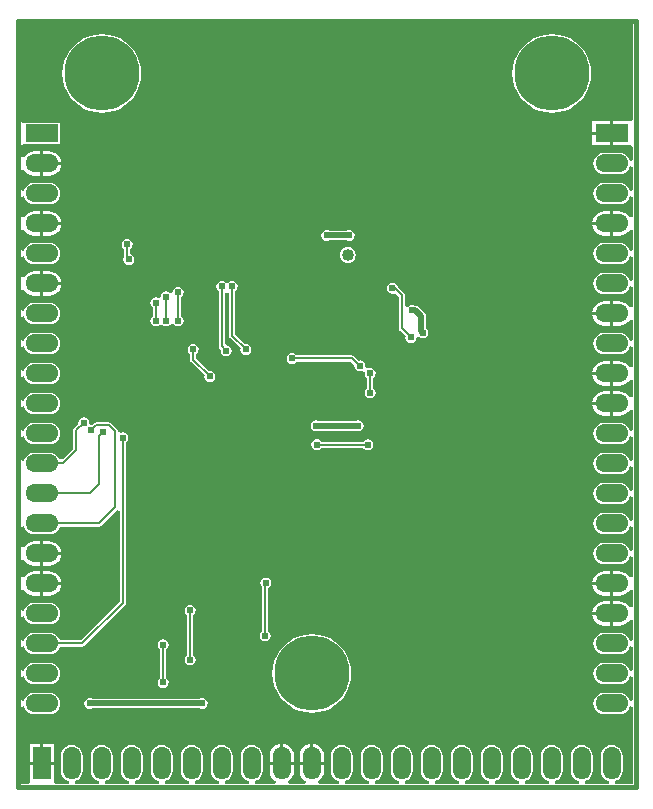
<source format=gbl>
G04 Layer_Physical_Order=2*
G04 Layer_Color=16711680*
%FSLAX25Y25*%
%MOIN*%
G70*
G01*
G75*
%ADD17C,0.00800*%
%ADD18C,0.02000*%
%ADD21C,0.01500*%
%ADD22C,0.25000*%
%ADD23O,0.11000X0.06000*%
%ADD24R,0.11000X0.06000*%
%ADD25O,0.06000X0.11000*%
%ADD26R,0.06000X0.11000*%
%ADD27C,0.02400*%
%ADD28C,0.02600*%
%ADD29C,0.01969*%
%ADD30C,0.04000*%
G36*
X304980Y322801D02*
X304500Y322000D01*
X303980Y322000D01*
X298500D01*
Y318000D01*
Y314000D01*
X303980D01*
X304500Y314000D01*
X304980Y313199D01*
Y309102D01*
X304007Y308940D01*
X303645Y309816D01*
X303067Y310567D01*
X302315Y311145D01*
X301440Y311507D01*
X300500Y311631D01*
X295500D01*
X294560Y311507D01*
X293685Y311145D01*
X292933Y310567D01*
X292355Y309816D01*
X291993Y308940D01*
X291869Y308000D01*
X291993Y307060D01*
X292355Y306185D01*
X292933Y305433D01*
X293685Y304855D01*
X294560Y304493D01*
X295500Y304369D01*
X300500D01*
X301440Y304493D01*
X302315Y304855D01*
X303067Y305433D01*
X303645Y306185D01*
X304007Y307060D01*
X304980Y306898D01*
Y299102D01*
X304007Y298940D01*
X303645Y299816D01*
X303067Y300568D01*
X302315Y301145D01*
X301440Y301507D01*
X300500Y301631D01*
X295500D01*
X294560Y301507D01*
X293685Y301145D01*
X292933Y300568D01*
X292355Y299816D01*
X291993Y298940D01*
X291869Y298000D01*
X291993Y297060D01*
X292355Y296184D01*
X292933Y295432D01*
X293685Y294855D01*
X294560Y294493D01*
X295500Y294369D01*
X300500D01*
X301440Y294493D01*
X302315Y294855D01*
X303067Y295432D01*
X303645Y296184D01*
X304007Y297060D01*
X304980Y296898D01*
Y290249D01*
X304038Y290027D01*
X303980Y290035D01*
X303353Y290853D01*
X302517Y291494D01*
X301544Y291897D01*
X300500Y292035D01*
X298500D01*
Y288000D01*
Y283965D01*
X300500D01*
X301544Y284103D01*
X302517Y284506D01*
X303353Y285147D01*
X303980Y285965D01*
X304038Y285972D01*
X304980Y285751D01*
Y279102D01*
X304007Y278940D01*
X303645Y279816D01*
X303067Y280568D01*
X302315Y281145D01*
X301440Y281507D01*
X300500Y281631D01*
X295500D01*
X294560Y281507D01*
X293685Y281145D01*
X292933Y280568D01*
X292355Y279816D01*
X291993Y278940D01*
X291869Y278000D01*
X291993Y277060D01*
X292355Y276185D01*
X292933Y275432D01*
X293685Y274855D01*
X294560Y274493D01*
X295500Y274369D01*
X300500D01*
X301440Y274493D01*
X302315Y274855D01*
X303067Y275432D01*
X303645Y276185D01*
X304007Y277060D01*
X304980Y276898D01*
Y269102D01*
X304007Y268940D01*
X303645Y269815D01*
X303067Y270567D01*
X302315Y271145D01*
X301440Y271507D01*
X300500Y271631D01*
X295500D01*
X294560Y271507D01*
X293685Y271145D01*
X292933Y270567D01*
X292355Y269815D01*
X291993Y268940D01*
X291869Y268000D01*
X291993Y267060D01*
X292355Y266184D01*
X292933Y265433D01*
X293685Y264855D01*
X294560Y264493D01*
X295500Y264369D01*
X300500D01*
X301440Y264493D01*
X302315Y264855D01*
X303067Y265433D01*
X303645Y266184D01*
X304007Y267060D01*
X304980Y266898D01*
Y260249D01*
X304038Y260028D01*
X303980Y260035D01*
X303353Y260853D01*
X302517Y261494D01*
X301544Y261897D01*
X300500Y262035D01*
X298500D01*
Y258000D01*
Y253965D01*
X300500D01*
X301544Y254103D01*
X302517Y254506D01*
X303353Y255147D01*
X303980Y255965D01*
X304038Y255973D01*
X304980Y255751D01*
Y249102D01*
X304007Y248940D01*
X303645Y249816D01*
X303067Y250568D01*
X302315Y251145D01*
X301440Y251507D01*
X300500Y251631D01*
X295500D01*
X294560Y251507D01*
X293685Y251145D01*
X292933Y250568D01*
X292355Y249816D01*
X291993Y248940D01*
X291869Y248000D01*
X291993Y247060D01*
X292355Y246184D01*
X292933Y245432D01*
X293685Y244855D01*
X294560Y244493D01*
X295500Y244369D01*
X300500D01*
X301440Y244493D01*
X302315Y244855D01*
X303067Y245432D01*
X303645Y246184D01*
X304007Y247060D01*
X304980Y246898D01*
Y240249D01*
X304038Y240027D01*
X303980Y240035D01*
X303353Y240853D01*
X302517Y241494D01*
X301544Y241897D01*
X300500Y242035D01*
X298500D01*
Y238000D01*
Y233965D01*
X300500D01*
X301544Y234103D01*
X302517Y234506D01*
X303353Y235147D01*
X303980Y235965D01*
X304038Y235972D01*
X304980Y235751D01*
Y230249D01*
X304038Y230028D01*
X303980Y230035D01*
X303353Y230853D01*
X302517Y231494D01*
X301544Y231897D01*
X300500Y232034D01*
X298500D01*
Y228000D01*
Y223966D01*
X300500D01*
X301544Y224103D01*
X302517Y224506D01*
X303353Y225147D01*
X303980Y225965D01*
X304038Y225973D01*
X304980Y225751D01*
Y219102D01*
X304007Y218940D01*
X303645Y219815D01*
X303067Y220567D01*
X302315Y221145D01*
X301440Y221507D01*
X300500Y221631D01*
X295500D01*
X294560Y221507D01*
X293685Y221145D01*
X292933Y220567D01*
X292355Y219815D01*
X291993Y218940D01*
X291869Y218000D01*
X291993Y217060D01*
X292355Y216184D01*
X292933Y215433D01*
X293685Y214855D01*
X294560Y214493D01*
X295500Y214369D01*
X300500D01*
X301440Y214493D01*
X302315Y214855D01*
X303067Y215433D01*
X303645Y216184D01*
X304007Y217060D01*
X304980Y216898D01*
Y209102D01*
X304007Y208940D01*
X303645Y209816D01*
X303067Y210567D01*
X302315Y211145D01*
X301440Y211507D01*
X300500Y211631D01*
X295500D01*
X294560Y211507D01*
X293685Y211145D01*
X292933Y210567D01*
X292355Y209816D01*
X291993Y208940D01*
X291869Y208000D01*
X291993Y207060D01*
X292355Y206185D01*
X292933Y205433D01*
X293685Y204855D01*
X294560Y204493D01*
X295500Y204369D01*
X300500D01*
X301440Y204493D01*
X302315Y204855D01*
X303067Y205433D01*
X303645Y206185D01*
X304007Y207060D01*
X304980Y206898D01*
Y199102D01*
X304007Y198940D01*
X303645Y199815D01*
X303067Y200568D01*
X302315Y201145D01*
X301440Y201507D01*
X300500Y201631D01*
X295500D01*
X294560Y201507D01*
X293685Y201145D01*
X292933Y200568D01*
X292355Y199815D01*
X291993Y198940D01*
X291869Y198000D01*
X291993Y197060D01*
X292355Y196185D01*
X292933Y195432D01*
X293685Y194855D01*
X294560Y194493D01*
X295500Y194369D01*
X300500D01*
X301440Y194493D01*
X302315Y194855D01*
X303067Y195432D01*
X303645Y196185D01*
X304007Y197060D01*
X304980Y196898D01*
Y189102D01*
X304007Y188940D01*
X303645Y189815D01*
X303067Y190568D01*
X302315Y191145D01*
X301440Y191507D01*
X300500Y191631D01*
X295500D01*
X294560Y191507D01*
X293685Y191145D01*
X292933Y190568D01*
X292355Y189815D01*
X291993Y188940D01*
X291869Y188000D01*
X291993Y187060D01*
X292355Y186185D01*
X292933Y185432D01*
X293685Y184855D01*
X294560Y184493D01*
X295500Y184369D01*
X300500D01*
X301440Y184493D01*
X302315Y184855D01*
X303067Y185432D01*
X303645Y186185D01*
X304007Y187060D01*
X304980Y186898D01*
Y179102D01*
X304007Y178940D01*
X303645Y179815D01*
X303067Y180568D01*
X302315Y181145D01*
X301440Y181507D01*
X300500Y181631D01*
X295500D01*
X294560Y181507D01*
X293685Y181145D01*
X292933Y180568D01*
X292355Y179815D01*
X291993Y178940D01*
X291869Y178000D01*
X291993Y177060D01*
X292355Y176184D01*
X292933Y175432D01*
X293685Y174855D01*
X294560Y174493D01*
X295500Y174369D01*
X300500D01*
X301440Y174493D01*
X302315Y174855D01*
X303067Y175432D01*
X303645Y176184D01*
X304007Y177060D01*
X304980Y176898D01*
Y170249D01*
X304038Y170027D01*
X303980Y170035D01*
X303353Y170853D01*
X302517Y171494D01*
X301544Y171897D01*
X300500Y172035D01*
X298500D01*
Y168000D01*
Y163965D01*
X300500D01*
X301544Y164103D01*
X302517Y164506D01*
X303353Y165147D01*
X303980Y165965D01*
X304038Y165972D01*
X304980Y165751D01*
Y160249D01*
X304038Y160028D01*
X303980Y160035D01*
X303353Y160853D01*
X302517Y161494D01*
X301544Y161897D01*
X300500Y162034D01*
X298500D01*
Y158000D01*
Y153965D01*
X300500D01*
X301544Y154103D01*
X302517Y154506D01*
X303353Y155147D01*
X303980Y155965D01*
X304038Y155973D01*
X304980Y155751D01*
Y149102D01*
X304007Y148940D01*
X303645Y149815D01*
X303067Y150568D01*
X302315Y151145D01*
X301440Y151507D01*
X300500Y151631D01*
X295500D01*
X294560Y151507D01*
X293685Y151145D01*
X292933Y150568D01*
X292355Y149815D01*
X291993Y148940D01*
X291869Y148000D01*
X291993Y147060D01*
X292355Y146185D01*
X292933Y145432D01*
X293685Y144855D01*
X294560Y144493D01*
X295500Y144369D01*
X300500D01*
X301440Y144493D01*
X302315Y144855D01*
X303067Y145432D01*
X303645Y146185D01*
X304007Y147060D01*
X304980Y146898D01*
Y139102D01*
X304007Y138940D01*
X303645Y139815D01*
X303067Y140568D01*
X302315Y141145D01*
X301440Y141507D01*
X300500Y141631D01*
X295500D01*
X294560Y141507D01*
X293685Y141145D01*
X292933Y140568D01*
X292355Y139815D01*
X291993Y138940D01*
X291869Y138000D01*
X291993Y137060D01*
X292355Y136185D01*
X292933Y135432D01*
X293685Y134855D01*
X294560Y134493D01*
X295500Y134369D01*
X300500D01*
X301440Y134493D01*
X302315Y134855D01*
X303067Y135432D01*
X303645Y136185D01*
X304007Y137060D01*
X304980Y136898D01*
Y129102D01*
X304007Y128940D01*
X303645Y129815D01*
X303067Y130568D01*
X302315Y131145D01*
X301440Y131507D01*
X300500Y131631D01*
X295500D01*
X294560Y131507D01*
X293685Y131145D01*
X292933Y130568D01*
X292355Y129815D01*
X291993Y128940D01*
X291869Y128000D01*
X291993Y127060D01*
X292355Y126184D01*
X292933Y125432D01*
X293685Y124855D01*
X294560Y124493D01*
X295500Y124369D01*
X300500D01*
X301440Y124493D01*
X302315Y124855D01*
X303067Y125432D01*
X303645Y126184D01*
X304007Y127060D01*
X304980Y126898D01*
Y101020D01*
X299102D01*
X298940Y101993D01*
X299816Y102355D01*
X300568Y102932D01*
X301145Y103684D01*
X301507Y104560D01*
X301631Y105500D01*
Y110500D01*
X301507Y111440D01*
X301145Y112315D01*
X300568Y113068D01*
X299816Y113645D01*
X298940Y114007D01*
X298000Y114131D01*
X297060Y114007D01*
X296184Y113645D01*
X295432Y113068D01*
X294855Y112315D01*
X294493Y111440D01*
X294369Y110500D01*
Y105500D01*
X294493Y104560D01*
X294855Y103684D01*
X295432Y102932D01*
X296184Y102355D01*
X297060Y101993D01*
X296898Y101020D01*
X289102D01*
X288940Y101993D01*
X289815Y102355D01*
X290567Y102932D01*
X291145Y103684D01*
X291507Y104560D01*
X291631Y105500D01*
Y110500D01*
X291507Y111440D01*
X291145Y112315D01*
X290567Y113068D01*
X289815Y113645D01*
X288940Y114007D01*
X288000Y114131D01*
X287060Y114007D01*
X286185Y113645D01*
X285433Y113068D01*
X284855Y112315D01*
X284493Y111440D01*
X284369Y110500D01*
Y105500D01*
X284493Y104560D01*
X284855Y103684D01*
X285433Y102932D01*
X286185Y102355D01*
X287060Y101993D01*
X286898Y101020D01*
X279102D01*
X278940Y101993D01*
X279816Y102355D01*
X280568Y102932D01*
X281145Y103684D01*
X281507Y104560D01*
X281631Y105500D01*
Y110500D01*
X281507Y111440D01*
X281145Y112315D01*
X280568Y113068D01*
X279816Y113645D01*
X278940Y114007D01*
X278000Y114131D01*
X277060Y114007D01*
X276185Y113645D01*
X275432Y113068D01*
X274855Y112315D01*
X274493Y111440D01*
X274369Y110500D01*
Y105500D01*
X274493Y104560D01*
X274855Y103684D01*
X275432Y102932D01*
X276185Y102355D01*
X277060Y101993D01*
X276898Y101020D01*
X269102D01*
X268940Y101993D01*
X269815Y102355D01*
X270567Y102932D01*
X271145Y103684D01*
X271507Y104560D01*
X271631Y105500D01*
Y110500D01*
X271507Y111440D01*
X271145Y112315D01*
X270567Y113068D01*
X269815Y113645D01*
X268940Y114007D01*
X268000Y114131D01*
X267060Y114007D01*
X266184Y113645D01*
X265433Y113068D01*
X264855Y112315D01*
X264493Y111440D01*
X264369Y110500D01*
Y105500D01*
X264493Y104560D01*
X264855Y103684D01*
X265433Y102932D01*
X266184Y102355D01*
X267060Y101993D01*
X266898Y101020D01*
X259102D01*
X258940Y101993D01*
X259816Y102355D01*
X260567Y102932D01*
X261145Y103684D01*
X261507Y104560D01*
X261631Y105500D01*
Y110500D01*
X261507Y111440D01*
X261145Y112315D01*
X260567Y113068D01*
X259816Y113645D01*
X258940Y114007D01*
X258000Y114131D01*
X257060Y114007D01*
X256185Y113645D01*
X255433Y113068D01*
X254855Y112315D01*
X254493Y111440D01*
X254369Y110500D01*
Y105500D01*
X254493Y104560D01*
X254855Y103684D01*
X255433Y102932D01*
X256185Y102355D01*
X257060Y101993D01*
X256898Y101020D01*
X249102D01*
X248940Y101993D01*
X249816Y102355D01*
X250568Y102932D01*
X251145Y103684D01*
X251507Y104560D01*
X251631Y105500D01*
Y110500D01*
X251507Y111440D01*
X251145Y112315D01*
X250568Y113068D01*
X249816Y113645D01*
X248940Y114007D01*
X248000Y114131D01*
X247060Y114007D01*
X246184Y113645D01*
X245432Y113068D01*
X244855Y112315D01*
X244493Y111440D01*
X244369Y110500D01*
Y105500D01*
X244493Y104560D01*
X244855Y103684D01*
X245432Y102932D01*
X246184Y102355D01*
X247060Y101993D01*
X246898Y101020D01*
X239102D01*
X238940Y101993D01*
X239815Y102355D01*
X240567Y102932D01*
X241145Y103684D01*
X241507Y104560D01*
X241631Y105500D01*
Y110500D01*
X241507Y111440D01*
X241145Y112315D01*
X240567Y113068D01*
X239815Y113645D01*
X238940Y114007D01*
X238000Y114131D01*
X237060Y114007D01*
X236185Y113645D01*
X235433Y113068D01*
X234855Y112315D01*
X234493Y111440D01*
X234369Y110500D01*
Y105500D01*
X234493Y104560D01*
X234855Y103684D01*
X235433Y102932D01*
X236185Y102355D01*
X237060Y101993D01*
X236898Y101020D01*
X229102D01*
X228940Y101993D01*
X229816Y102355D01*
X230568Y102932D01*
X231145Y103684D01*
X231507Y104560D01*
X231631Y105500D01*
Y110500D01*
X231507Y111440D01*
X231145Y112315D01*
X230568Y113068D01*
X229816Y113645D01*
X228940Y114007D01*
X228000Y114131D01*
X227060Y114007D01*
X226185Y113645D01*
X225432Y113068D01*
X224855Y112315D01*
X224493Y111440D01*
X224369Y110500D01*
Y105500D01*
X224493Y104560D01*
X224855Y103684D01*
X225432Y102932D01*
X226185Y102355D01*
X227060Y101993D01*
X226898Y101020D01*
X219102D01*
X218940Y101993D01*
X219815Y102355D01*
X220567Y102932D01*
X221145Y103684D01*
X221507Y104560D01*
X221631Y105500D01*
Y110500D01*
X221507Y111440D01*
X221145Y112315D01*
X220567Y113068D01*
X219815Y113645D01*
X218940Y114007D01*
X218000Y114131D01*
X217060Y114007D01*
X216184Y113645D01*
X215433Y113068D01*
X214855Y112315D01*
X214493Y111440D01*
X214369Y110500D01*
Y105500D01*
X214493Y104560D01*
X214855Y103684D01*
X215433Y102932D01*
X216184Y102355D01*
X217060Y101993D01*
X216898Y101020D01*
X209102D01*
X208940Y101993D01*
X209816Y102355D01*
X210567Y102932D01*
X211145Y103684D01*
X211507Y104560D01*
X211631Y105500D01*
Y110500D01*
X211507Y111440D01*
X211145Y112315D01*
X210567Y113068D01*
X209816Y113645D01*
X208940Y114007D01*
X208000Y114131D01*
X207060Y114007D01*
X206185Y113645D01*
X205433Y113068D01*
X204855Y112315D01*
X204493Y111440D01*
X204369Y110500D01*
Y105500D01*
X204493Y104560D01*
X204855Y103684D01*
X205433Y102932D01*
X206185Y102355D01*
X207060Y101993D01*
X206898Y101020D01*
X200249D01*
X200027Y101962D01*
X200035Y102020D01*
X200853Y102647D01*
X201494Y103483D01*
X201897Y104456D01*
X202034Y105500D01*
Y107500D01*
X198000D01*
X193965D01*
Y105500D01*
X194103Y104456D01*
X194506Y103483D01*
X195147Y102647D01*
X195965Y102020D01*
X195973Y101962D01*
X195751Y101020D01*
X190249D01*
X190027Y101962D01*
X190035Y102020D01*
X190853Y102647D01*
X191494Y103483D01*
X191897Y104456D01*
X192034Y105500D01*
Y107500D01*
X188000D01*
Y108000D01*
D01*
Y107500D01*
X183966D01*
Y105500D01*
X184103Y104456D01*
X184506Y103483D01*
X185147Y102647D01*
X185965Y102020D01*
X185972Y101962D01*
X185751Y101020D01*
X179102D01*
X178940Y101993D01*
X179815Y102355D01*
X180568Y102932D01*
X181145Y103684D01*
X181507Y104560D01*
X181631Y105500D01*
Y110500D01*
X181507Y111440D01*
X181145Y112315D01*
X180568Y113068D01*
X179815Y113645D01*
X178940Y114007D01*
X178000Y114131D01*
X177060Y114007D01*
X176184Y113645D01*
X175432Y113068D01*
X174855Y112315D01*
X174493Y111440D01*
X174369Y110500D01*
Y105500D01*
X174493Y104560D01*
X174855Y103684D01*
X175432Y102932D01*
X176184Y102355D01*
X177060Y101993D01*
X176898Y101020D01*
X169102D01*
X168940Y101993D01*
X169816Y102355D01*
X170568Y102932D01*
X171145Y103684D01*
X171507Y104560D01*
X171631Y105500D01*
Y110500D01*
X171507Y111440D01*
X171145Y112315D01*
X170568Y113068D01*
X169816Y113645D01*
X168940Y114007D01*
X168000Y114131D01*
X167060Y114007D01*
X166184Y113645D01*
X165432Y113068D01*
X164855Y112315D01*
X164493Y111440D01*
X164369Y110500D01*
Y105500D01*
X164493Y104560D01*
X164855Y103684D01*
X165432Y102932D01*
X166184Y102355D01*
X167060Y101993D01*
X166898Y101020D01*
X159102D01*
X158940Y101993D01*
X159816Y102355D01*
X160568Y102932D01*
X161145Y103684D01*
X161507Y104560D01*
X161631Y105500D01*
Y110500D01*
X161507Y111440D01*
X161145Y112315D01*
X160568Y113068D01*
X159816Y113645D01*
X158940Y114007D01*
X158000Y114131D01*
X157060Y114007D01*
X156184Y113645D01*
X155432Y113068D01*
X154855Y112315D01*
X154493Y111440D01*
X154369Y110500D01*
Y105500D01*
X154493Y104560D01*
X154855Y103684D01*
X155432Y102932D01*
X156184Y102355D01*
X157060Y101993D01*
X156898Y101020D01*
X149102D01*
X148940Y101993D01*
X149815Y102355D01*
X150568Y102932D01*
X151145Y103684D01*
X151507Y104560D01*
X151631Y105500D01*
Y110500D01*
X151507Y111440D01*
X151145Y112315D01*
X150568Y113068D01*
X149815Y113645D01*
X148940Y114007D01*
X148000Y114131D01*
X147060Y114007D01*
X146185Y113645D01*
X145432Y113068D01*
X144855Y112315D01*
X144493Y111440D01*
X144369Y110500D01*
Y105500D01*
X144493Y104560D01*
X144855Y103684D01*
X145432Y102932D01*
X146185Y102355D01*
X147060Y101993D01*
X146898Y101020D01*
X139102D01*
X138940Y101993D01*
X139815Y102355D01*
X140568Y102932D01*
X141145Y103684D01*
X141507Y104560D01*
X141631Y105500D01*
Y110500D01*
X141507Y111440D01*
X141145Y112315D01*
X140568Y113068D01*
X139815Y113645D01*
X138940Y114007D01*
X138000Y114131D01*
X137060Y114007D01*
X136185Y113645D01*
X135432Y113068D01*
X134855Y112315D01*
X134493Y111440D01*
X134369Y110500D01*
Y105500D01*
X134493Y104560D01*
X134855Y103684D01*
X135432Y102932D01*
X136185Y102355D01*
X137060Y101993D01*
X136898Y101020D01*
X129102D01*
X128940Y101993D01*
X129815Y102355D01*
X130568Y102932D01*
X131145Y103684D01*
X131507Y104560D01*
X131631Y105500D01*
Y110500D01*
X131507Y111440D01*
X131145Y112315D01*
X130568Y113068D01*
X129815Y113645D01*
X128940Y114007D01*
X128000Y114131D01*
X127060Y114007D01*
X126184Y113645D01*
X125432Y113068D01*
X124855Y112315D01*
X124493Y111440D01*
X124369Y110500D01*
Y105500D01*
X124493Y104560D01*
X124855Y103684D01*
X125432Y102932D01*
X126184Y102355D01*
X127060Y101993D01*
X126898Y101020D01*
X119102D01*
X118940Y101993D01*
X119816Y102355D01*
X120568Y102932D01*
X121145Y103684D01*
X121507Y104560D01*
X121631Y105500D01*
Y110500D01*
X121507Y111440D01*
X121145Y112315D01*
X120568Y113068D01*
X119816Y113645D01*
X118940Y114007D01*
X118000Y114131D01*
X117060Y114007D01*
X116184Y113645D01*
X115432Y113068D01*
X114855Y112315D01*
X114493Y111440D01*
X114369Y110500D01*
Y105500D01*
X114493Y104560D01*
X114855Y103684D01*
X115432Y102932D01*
X116184Y102355D01*
X117060Y101993D01*
X116898Y101020D01*
X112801D01*
X112000Y101500D01*
X112000Y102020D01*
Y107500D01*
X108000D01*
X104000D01*
Y102020D01*
X104000Y101500D01*
X103199Y101020D01*
X101020D01*
Y126898D01*
X101993Y127060D01*
X102355Y126184D01*
X102932Y125432D01*
X103684Y124855D01*
X104560Y124493D01*
X105500Y124369D01*
X110500D01*
X111440Y124493D01*
X112315Y124855D01*
X113068Y125432D01*
X113645Y126184D01*
X114007Y127060D01*
X114131Y128000D01*
X114007Y128940D01*
X113645Y129815D01*
X113068Y130568D01*
X112315Y131145D01*
X111440Y131507D01*
X110500Y131631D01*
X105500D01*
X104560Y131507D01*
X103684Y131145D01*
X102932Y130568D01*
X102355Y129815D01*
X101993Y128940D01*
X101020Y129102D01*
Y136898D01*
X101993Y137060D01*
X102355Y136185D01*
X102932Y135432D01*
X103684Y134855D01*
X104560Y134493D01*
X105500Y134369D01*
X110500D01*
X111440Y134493D01*
X112315Y134855D01*
X113068Y135432D01*
X113645Y136185D01*
X114007Y137060D01*
X114131Y138000D01*
X114007Y138940D01*
X113645Y139815D01*
X113068Y140568D01*
X112315Y141145D01*
X111440Y141507D01*
X110500Y141631D01*
X105500D01*
X104560Y141507D01*
X103684Y141145D01*
X102932Y140568D01*
X102355Y139815D01*
X101993Y138940D01*
X101020Y139102D01*
Y146898D01*
X101993Y147060D01*
X102355Y146185D01*
X102932Y145432D01*
X103684Y144855D01*
X104560Y144493D01*
X105500Y144369D01*
X110500D01*
X111440Y144493D01*
X112315Y144855D01*
X113068Y145432D01*
X113645Y146185D01*
X113974Y146980D01*
X121500D01*
X121890Y147058D01*
X122221Y147279D01*
X135721Y160779D01*
X135942Y161110D01*
X136020Y161500D01*
Y215016D01*
X136298Y215202D01*
X136696Y215798D01*
X136835Y216500D01*
X136696Y217202D01*
X136298Y217798D01*
X135702Y218196D01*
X135000Y218335D01*
X134520Y218240D01*
X133888Y218530D01*
X133488Y218857D01*
X133442Y219090D01*
X133221Y219421D01*
X131221Y221421D01*
X130890Y221642D01*
X130500Y221720D01*
X126200D01*
X125810Y221642D01*
X125479Y221421D01*
X124828Y220770D01*
X124500Y220835D01*
X123835Y221500D01*
X123696Y222202D01*
X123298Y222798D01*
X122702Y223196D01*
X122000Y223335D01*
X121298Y223196D01*
X120702Y222798D01*
X120304Y222202D01*
X120165Y221500D01*
X120230Y221172D01*
X118779Y219721D01*
X118558Y219390D01*
X118480Y219000D01*
Y212922D01*
X114898Y209340D01*
X113776Y209498D01*
X113645Y209816D01*
X113068Y210567D01*
X112315Y211145D01*
X111440Y211507D01*
X110500Y211631D01*
X105500D01*
X104560Y211507D01*
X103684Y211145D01*
X102932Y210567D01*
X102355Y209816D01*
X101993Y208940D01*
X101020Y209102D01*
Y216898D01*
X101993Y217060D01*
X102355Y216184D01*
X102932Y215433D01*
X103684Y214855D01*
X104560Y214493D01*
X105500Y214369D01*
X110500D01*
X111440Y214493D01*
X112315Y214855D01*
X113068Y215433D01*
X113645Y216184D01*
X114007Y217060D01*
X114131Y218000D01*
X114007Y218940D01*
X113645Y219815D01*
X113068Y220567D01*
X112315Y221145D01*
X111440Y221507D01*
X110500Y221631D01*
X105500D01*
X104560Y221507D01*
X103684Y221145D01*
X102932Y220567D01*
X102355Y219815D01*
X101993Y218940D01*
X101020Y219102D01*
Y226898D01*
X101993Y227060D01*
X102355Y226185D01*
X102932Y225432D01*
X103684Y224855D01*
X104560Y224493D01*
X105500Y224369D01*
X110500D01*
X111440Y224493D01*
X112315Y224855D01*
X113068Y225432D01*
X113645Y226185D01*
X114007Y227060D01*
X114131Y228000D01*
X114007Y228940D01*
X113645Y229816D01*
X113068Y230568D01*
X112315Y231145D01*
X111440Y231507D01*
X110500Y231631D01*
X105500D01*
X104560Y231507D01*
X103684Y231145D01*
X102932Y230568D01*
X102355Y229816D01*
X101993Y228940D01*
X101020Y229102D01*
Y236898D01*
X101993Y237060D01*
X102355Y236185D01*
X102932Y235433D01*
X103684Y234855D01*
X104560Y234493D01*
X105500Y234369D01*
X110500D01*
X111440Y234493D01*
X112315Y234855D01*
X113068Y235433D01*
X113645Y236185D01*
X114007Y237060D01*
X114131Y238000D01*
X114007Y238940D01*
X113645Y239815D01*
X113068Y240567D01*
X112315Y241145D01*
X111440Y241507D01*
X110500Y241631D01*
X105500D01*
X104560Y241507D01*
X103684Y241145D01*
X102932Y240567D01*
X102355Y239815D01*
X101993Y238940D01*
X101020Y239102D01*
Y246898D01*
X101993Y247060D01*
X102355Y246184D01*
X102932Y245432D01*
X103684Y244855D01*
X104560Y244493D01*
X105500Y244369D01*
X110500D01*
X111440Y244493D01*
X112315Y244855D01*
X113068Y245432D01*
X113645Y246184D01*
X114007Y247060D01*
X114131Y248000D01*
X114007Y248940D01*
X113645Y249816D01*
X113068Y250568D01*
X112315Y251145D01*
X111440Y251507D01*
X110500Y251631D01*
X105500D01*
X104560Y251507D01*
X103684Y251145D01*
X102932Y250568D01*
X102355Y249816D01*
X101993Y248940D01*
X101020Y249102D01*
Y256898D01*
X101993Y257060D01*
X102355Y256185D01*
X102932Y255433D01*
X103684Y254855D01*
X104560Y254493D01*
X105500Y254369D01*
X110500D01*
X111440Y254493D01*
X112315Y254855D01*
X113068Y255433D01*
X113645Y256185D01*
X114007Y257060D01*
X114131Y258000D01*
X114007Y258940D01*
X113645Y259816D01*
X113068Y260567D01*
X112315Y261145D01*
X111440Y261507D01*
X110500Y261631D01*
X105500D01*
X104560Y261507D01*
X103684Y261145D01*
X102932Y260567D01*
X102355Y259816D01*
X101993Y258940D01*
X101020Y259102D01*
Y265751D01*
X101962Y265972D01*
X102020Y265965D01*
X102647Y265147D01*
X103483Y264506D01*
X104456Y264103D01*
X105500Y263966D01*
X107500D01*
Y268000D01*
Y272035D01*
X105500D01*
X104456Y271897D01*
X103483Y271494D01*
X102647Y270853D01*
X102020Y270035D01*
X101962Y270027D01*
X101020Y270249D01*
Y276898D01*
X101993Y277060D01*
X102355Y276185D01*
X102932Y275432D01*
X103684Y274855D01*
X104560Y274493D01*
X105500Y274369D01*
X110500D01*
X111440Y274493D01*
X112315Y274855D01*
X113068Y275432D01*
X113645Y276185D01*
X114007Y277060D01*
X114131Y278000D01*
X114007Y278940D01*
X113645Y279816D01*
X113068Y280568D01*
X112315Y281145D01*
X111440Y281507D01*
X110500Y281631D01*
X105500D01*
X104560Y281507D01*
X103684Y281145D01*
X102932Y280568D01*
X102355Y279816D01*
X101993Y278940D01*
X101020Y279102D01*
Y285751D01*
X101962Y285972D01*
X102020Y285965D01*
X102647Y285147D01*
X103483Y284506D01*
X104456Y284103D01*
X105500Y283965D01*
X107500D01*
Y288000D01*
Y292035D01*
X105500D01*
X104456Y291897D01*
X103483Y291494D01*
X102647Y290853D01*
X102020Y290035D01*
X101962Y290027D01*
X101020Y290249D01*
Y296898D01*
X101993Y297060D01*
X102355Y296184D01*
X102932Y295432D01*
X103684Y294855D01*
X104560Y294493D01*
X105500Y294369D01*
X110500D01*
X111440Y294493D01*
X112315Y294855D01*
X113068Y295432D01*
X113645Y296184D01*
X114007Y297060D01*
X114131Y298000D01*
X114007Y298940D01*
X113645Y299816D01*
X113068Y300568D01*
X112315Y301145D01*
X111440Y301507D01*
X110500Y301631D01*
X105500D01*
X104560Y301507D01*
X103684Y301145D01*
X102932Y300568D01*
X102355Y299816D01*
X101993Y298940D01*
X101020Y299102D01*
Y305751D01*
X101962Y305973D01*
X102020Y305965D01*
X102647Y305147D01*
X103483Y304506D01*
X104456Y304103D01*
X105500Y303965D01*
X107500D01*
Y308000D01*
Y312035D01*
X105500D01*
X104456Y311897D01*
X103483Y311494D01*
X102647Y310853D01*
X102020Y310035D01*
X101962Y310028D01*
X101020Y310249D01*
Y314111D01*
X101900Y314400D01*
X102020Y314400D01*
X114100D01*
Y321600D01*
X102020D01*
X101900Y321600D01*
X101020Y321889D01*
Y354481D01*
X304980D01*
Y322801D01*
D02*
G37*
G36*
X133930Y192216D02*
X133980Y192175D01*
Y161922D01*
X121078Y149020D01*
X113974D01*
X113645Y149815D01*
X113068Y150568D01*
X112315Y151145D01*
X111440Y151507D01*
X110500Y151631D01*
X105500D01*
X104560Y151507D01*
X103684Y151145D01*
X102932Y150568D01*
X102355Y149815D01*
X101993Y148940D01*
X101020Y149102D01*
Y156898D01*
X101993Y157060D01*
X102355Y156184D01*
X102932Y155432D01*
X103684Y154855D01*
X104560Y154493D01*
X105500Y154369D01*
X110500D01*
X111440Y154493D01*
X112315Y154855D01*
X113068Y155432D01*
X113645Y156184D01*
X114007Y157060D01*
X114131Y158000D01*
X114007Y158940D01*
X113645Y159816D01*
X113068Y160568D01*
X112315Y161145D01*
X111440Y161507D01*
X110500Y161631D01*
X105500D01*
X104560Y161507D01*
X103684Y161145D01*
X102932Y160568D01*
X102355Y159816D01*
X101993Y158940D01*
X101020Y159102D01*
Y165751D01*
X101962Y165972D01*
X102020Y165965D01*
X102647Y165147D01*
X103483Y164506D01*
X104456Y164103D01*
X105500Y163965D01*
X107500D01*
Y168000D01*
Y172035D01*
X105500D01*
X104456Y171897D01*
X103483Y171494D01*
X102647Y170853D01*
X102020Y170035D01*
X101962Y170027D01*
X101020Y170249D01*
Y175751D01*
X101962Y175972D01*
X102020Y175965D01*
X102647Y175147D01*
X103483Y174506D01*
X104456Y174103D01*
X105500Y173966D01*
X107500D01*
Y178000D01*
Y182035D01*
X105500D01*
X104456Y181897D01*
X103483Y181494D01*
X102647Y180853D01*
X102020Y180035D01*
X101962Y180027D01*
X101020Y180249D01*
Y186898D01*
X101993Y187060D01*
X102355Y186185D01*
X102932Y185432D01*
X103684Y184855D01*
X104560Y184493D01*
X105500Y184369D01*
X110500D01*
X111440Y184493D01*
X112315Y184855D01*
X113068Y185432D01*
X113645Y186185D01*
X113974Y186980D01*
X127000D01*
X127390Y187058D01*
X127721Y187279D01*
X132980Y192538D01*
X133930Y192216D01*
D02*
G37*
%LPC*%
G36*
X297500Y172035D02*
X295500D01*
X294456Y171897D01*
X293483Y171494D01*
X292647Y170853D01*
X292006Y170017D01*
X291603Y169044D01*
X291531Y168500D01*
X297500D01*
Y172035D01*
D02*
G37*
G36*
Y162034D02*
X295500D01*
X294456Y161897D01*
X293483Y161494D01*
X292647Y160853D01*
X292006Y160017D01*
X291603Y159044D01*
X291531Y158500D01*
X297500D01*
Y162034D01*
D02*
G37*
G36*
Y167500D02*
X291531D01*
X291603Y166956D01*
X292006Y165983D01*
X292647Y165147D01*
X293483Y164506D01*
X294456Y164103D01*
X295500Y163965D01*
X297500D01*
Y167500D01*
D02*
G37*
G36*
Y227500D02*
X291531D01*
X291603Y226956D01*
X292006Y225983D01*
X292647Y225147D01*
X293483Y224506D01*
X294456Y224103D01*
X295500Y223966D01*
X297500D01*
Y227500D01*
D02*
G37*
G36*
Y232034D02*
X295500D01*
X294456Y231897D01*
X293483Y231494D01*
X292647Y230853D01*
X292006Y230017D01*
X291603Y229044D01*
X291531Y228500D01*
X297500D01*
Y232034D01*
D02*
G37*
G36*
X213500Y222335D02*
X212798Y222196D01*
X212702Y222131D01*
X200298D01*
X200202Y222196D01*
X199500Y222335D01*
X198798Y222196D01*
X198202Y221798D01*
X197804Y221202D01*
X197665Y220500D01*
X197804Y219798D01*
X198202Y219202D01*
X198798Y218804D01*
X199500Y218665D01*
X200202Y218804D01*
X200298Y218869D01*
X212702D01*
X212798Y218804D01*
X213500Y218665D01*
X214202Y218804D01*
X214798Y219202D01*
X215196Y219798D01*
X215335Y220500D01*
X215196Y221202D01*
X214798Y221798D01*
X214202Y222196D01*
X213500Y222335D01*
D02*
G37*
G36*
X199700Y216135D02*
X198998Y215996D01*
X198402Y215598D01*
X198004Y215002D01*
X197865Y214300D01*
X198004Y213598D01*
X198402Y213002D01*
X198998Y212604D01*
X199700Y212465D01*
X200402Y212604D01*
X200998Y213002D01*
X201184Y213280D01*
X215150D01*
X215402Y212902D01*
X215998Y212504D01*
X216700Y212365D01*
X217402Y212504D01*
X217998Y212902D01*
X218396Y213498D01*
X218535Y214200D01*
X218396Y214902D01*
X217998Y215498D01*
X217402Y215896D01*
X216700Y216035D01*
X215998Y215896D01*
X215402Y215498D01*
X215283Y215320D01*
X201184D01*
X200998Y215598D01*
X200402Y215996D01*
X199700Y216135D01*
D02*
G37*
G36*
X112000Y114500D02*
X108500D01*
Y108500D01*
X112000D01*
Y114500D01*
D02*
G37*
G36*
X188500Y114469D02*
Y108500D01*
X192034D01*
Y110500D01*
X191897Y111544D01*
X191494Y112517D01*
X190853Y113353D01*
X190017Y113994D01*
X189044Y114397D01*
X188500Y114469D01*
D02*
G37*
G36*
X198500D02*
Y108500D01*
X202034D01*
Y110500D01*
X201897Y111544D01*
X201494Y112517D01*
X200853Y113353D01*
X200017Y113994D01*
X199044Y114397D01*
X198500Y114469D01*
D02*
G37*
G36*
X187500D02*
X186956Y114397D01*
X185983Y113994D01*
X185147Y113353D01*
X184506Y112517D01*
X184103Y111544D01*
X183966Y110500D01*
Y108500D01*
X187500D01*
Y114469D01*
D02*
G37*
G36*
X197500D02*
X196956Y114397D01*
X195983Y113994D01*
X195147Y113353D01*
X194506Y112517D01*
X194103Y111544D01*
X193965Y110500D01*
Y108500D01*
X197500D01*
Y114469D01*
D02*
G37*
G36*
X107500Y114500D02*
X104000D01*
Y108500D01*
X107500D01*
Y114500D01*
D02*
G37*
G36*
X157500Y160835D02*
X156798Y160696D01*
X156202Y160298D01*
X155804Y159702D01*
X155665Y159000D01*
X155804Y158298D01*
X156202Y157702D01*
X156480Y157516D01*
Y143984D01*
X156202Y143798D01*
X155804Y143202D01*
X155665Y142500D01*
X155804Y141798D01*
X156202Y141202D01*
X156798Y140804D01*
X157500Y140665D01*
X158202Y140804D01*
X158798Y141202D01*
X159196Y141798D01*
X159335Y142500D01*
X159196Y143202D01*
X158798Y143798D01*
X158520Y143984D01*
Y157516D01*
X158798Y157702D01*
X159196Y158298D01*
X159335Y159000D01*
X159196Y159702D01*
X158798Y160298D01*
X158202Y160696D01*
X157500Y160835D01*
D02*
G37*
G36*
X182601Y169971D02*
X181898Y169831D01*
X181303Y169433D01*
X180905Y168838D01*
X180765Y168135D01*
X180905Y167433D01*
X181303Y166838D01*
X181480Y166719D01*
Y151984D01*
X181202Y151798D01*
X180804Y151202D01*
X180665Y150500D01*
X180804Y149798D01*
X181202Y149202D01*
X181798Y148804D01*
X182500Y148665D01*
X183202Y148804D01*
X183798Y149202D01*
X184196Y149798D01*
X184335Y150500D01*
X184196Y151202D01*
X183798Y151798D01*
X183520Y151984D01*
Y166585D01*
X183898Y166838D01*
X184296Y167433D01*
X184436Y168135D01*
X184296Y168838D01*
X183898Y169433D01*
X183303Y169831D01*
X182601Y169971D01*
D02*
G37*
G36*
X297500Y157500D02*
X291531D01*
X291603Y156956D01*
X292006Y155983D01*
X292647Y155147D01*
X293483Y154506D01*
X294456Y154103D01*
X295500Y153965D01*
X297500D01*
Y157500D01*
D02*
G37*
G36*
X198000Y151140D02*
X195944Y150979D01*
X193939Y150497D01*
X192034Y149708D01*
X190276Y148631D01*
X188708Y147292D01*
X187369Y145724D01*
X186292Y143966D01*
X185503Y142061D01*
X185021Y140056D01*
X184860Y138000D01*
X185021Y135944D01*
X185503Y133939D01*
X186292Y132034D01*
X187369Y130276D01*
X188708Y128708D01*
X190276Y127369D01*
X192034Y126292D01*
X193939Y125503D01*
X195944Y125021D01*
X198000Y124859D01*
X200056Y125021D01*
X202061Y125503D01*
X203966Y126292D01*
X205724Y127369D01*
X207292Y128708D01*
X208631Y130276D01*
X209708Y132034D01*
X210497Y133939D01*
X210979Y135944D01*
X211140Y138000D01*
X210979Y140056D01*
X210497Y142061D01*
X209708Y143966D01*
X208631Y145724D01*
X207292Y147292D01*
X205724Y148631D01*
X203966Y149708D01*
X202061Y150497D01*
X200056Y150979D01*
X198000Y151140D01*
D02*
G37*
G36*
X161500Y129835D02*
X160798Y129696D01*
X160702Y129631D01*
X124798D01*
X124702Y129696D01*
X124000Y129835D01*
X123298Y129696D01*
X122702Y129298D01*
X122304Y128702D01*
X122165Y128000D01*
X122304Y127298D01*
X122702Y126702D01*
X123298Y126304D01*
X124000Y126165D01*
X124702Y126304D01*
X124798Y126369D01*
X160702D01*
X160798Y126304D01*
X161500Y126165D01*
X162202Y126304D01*
X162798Y126702D01*
X163196Y127298D01*
X163335Y128000D01*
X163196Y128702D01*
X162798Y129298D01*
X162202Y129696D01*
X161500Y129835D01*
D02*
G37*
G36*
X148500Y149335D02*
X147798Y149196D01*
X147202Y148798D01*
X146804Y148202D01*
X146665Y147500D01*
X146804Y146798D01*
X147202Y146202D01*
X147480Y146016D01*
Y136484D01*
X147202Y136298D01*
X146804Y135702D01*
X146665Y135000D01*
X146804Y134298D01*
X147202Y133702D01*
X147798Y133304D01*
X148500Y133165D01*
X149202Y133304D01*
X149798Y133702D01*
X150196Y134298D01*
X150335Y135000D01*
X150196Y135702D01*
X149798Y136298D01*
X149520Y136484D01*
Y146016D01*
X149798Y146202D01*
X150196Y146798D01*
X150335Y147500D01*
X150196Y148202D01*
X149798Y148798D01*
X149202Y149196D01*
X148500Y149335D01*
D02*
G37*
G36*
X210500Y285835D02*
X209798Y285696D01*
X209702Y285631D01*
X203798D01*
X203702Y285696D01*
X203000Y285835D01*
X202298Y285696D01*
X201702Y285298D01*
X201304Y284702D01*
X201165Y284000D01*
X201304Y283298D01*
X201702Y282702D01*
X202298Y282304D01*
X203000Y282165D01*
X203702Y282304D01*
X203798Y282369D01*
X209702D01*
X209798Y282304D01*
X210500Y282165D01*
X211202Y282304D01*
X211798Y282702D01*
X212196Y283298D01*
X212335Y284000D01*
X212196Y284702D01*
X211798Y285298D01*
X211202Y285696D01*
X210500Y285835D01*
D02*
G37*
G36*
X110500Y292035D02*
X108500D01*
Y288500D01*
X114469D01*
X114397Y289044D01*
X113994Y290017D01*
X113353Y290853D01*
X112517Y291494D01*
X111544Y291897D01*
X110500Y292035D01*
D02*
G37*
G36*
X297500D02*
X295500D01*
X294456Y291897D01*
X293483Y291494D01*
X292647Y290853D01*
X292006Y290017D01*
X291603Y289044D01*
X291531Y288500D01*
X297500D01*
Y292035D01*
D02*
G37*
G36*
X210000Y280122D02*
X209321Y280033D01*
X208689Y279771D01*
X208146Y279354D01*
X207729Y278811D01*
X207467Y278179D01*
X207378Y277500D01*
X207467Y276821D01*
X207729Y276189D01*
X208146Y275646D01*
X208689Y275229D01*
X209321Y274967D01*
X210000Y274878D01*
X210679Y274967D01*
X211311Y275229D01*
X211854Y275646D01*
X212271Y276189D01*
X212533Y276821D01*
X212622Y277500D01*
X212533Y278179D01*
X212271Y278811D01*
X211854Y279354D01*
X211311Y279771D01*
X210679Y280033D01*
X210000Y280122D01*
D02*
G37*
G36*
X114469Y287500D02*
X108500D01*
Y283965D01*
X110500D01*
X111544Y284103D01*
X112517Y284506D01*
X113353Y285147D01*
X113994Y285983D01*
X114397Y286956D01*
X114469Y287500D01*
D02*
G37*
G36*
X297500D02*
X291531D01*
X291603Y286956D01*
X292006Y285983D01*
X292647Y285147D01*
X293483Y284506D01*
X294456Y284103D01*
X295500Y283965D01*
X297500D01*
Y287500D01*
D02*
G37*
G36*
Y322000D02*
X291500D01*
Y318500D01*
X297500D01*
Y322000D01*
D02*
G37*
G36*
X128000Y351140D02*
X125944Y350979D01*
X123939Y350497D01*
X122034Y349708D01*
X120276Y348631D01*
X118708Y347292D01*
X117369Y345724D01*
X116292Y343966D01*
X115503Y342061D01*
X115021Y340056D01*
X114859Y338000D01*
X115021Y335944D01*
X115503Y333939D01*
X116292Y332034D01*
X117369Y330276D01*
X118708Y328708D01*
X120276Y327369D01*
X122034Y326292D01*
X123939Y325503D01*
X125944Y325021D01*
X128000Y324859D01*
X130056Y325021D01*
X132061Y325503D01*
X133966Y326292D01*
X135724Y327369D01*
X137292Y328708D01*
X138631Y330276D01*
X139708Y332034D01*
X140497Y333939D01*
X140979Y335944D01*
X141140Y338000D01*
X140979Y340056D01*
X140497Y342061D01*
X139708Y343966D01*
X138631Y345724D01*
X137292Y347292D01*
X135724Y348631D01*
X133966Y349708D01*
X132061Y350497D01*
X130056Y350979D01*
X128000Y351140D01*
D02*
G37*
G36*
X278000D02*
X275944Y350979D01*
X273939Y350497D01*
X272034Y349708D01*
X270276Y348631D01*
X268708Y347292D01*
X267369Y345724D01*
X266292Y343966D01*
X265503Y342061D01*
X265021Y340056D01*
X264860Y338000D01*
X265021Y335944D01*
X265503Y333939D01*
X266292Y332034D01*
X267369Y330276D01*
X268708Y328708D01*
X270276Y327369D01*
X272034Y326292D01*
X273939Y325503D01*
X275944Y325021D01*
X278000Y324859D01*
X280056Y325021D01*
X282061Y325503D01*
X283966Y326292D01*
X285724Y327369D01*
X287292Y328708D01*
X288631Y330276D01*
X289708Y332034D01*
X290497Y333939D01*
X290979Y335944D01*
X291141Y338000D01*
X290979Y340056D01*
X290497Y342061D01*
X289708Y343966D01*
X288631Y345724D01*
X287292Y347292D01*
X285724Y348631D01*
X283966Y349708D01*
X282061Y350497D01*
X280056Y350979D01*
X278000Y351140D01*
D02*
G37*
G36*
X114469Y307500D02*
X108500D01*
Y303965D01*
X110500D01*
X111544Y304103D01*
X112517Y304506D01*
X113353Y305147D01*
X113994Y305983D01*
X114397Y306956D01*
X114469Y307500D01*
D02*
G37*
G36*
X110500Y312035D02*
X108500D01*
Y308500D01*
X114469D01*
X114397Y309044D01*
X113994Y310017D01*
X113353Y310853D01*
X112517Y311494D01*
X111544Y311897D01*
X110500Y312035D01*
D02*
G37*
G36*
X297500Y317500D02*
X291500D01*
Y314000D01*
X297500D01*
Y317500D01*
D02*
G37*
G36*
Y242035D02*
X295500D01*
X294456Y241897D01*
X293483Y241494D01*
X292647Y240853D01*
X292006Y240017D01*
X291603Y239044D01*
X291531Y238500D01*
X297500D01*
Y242035D01*
D02*
G37*
G36*
X224866Y268201D02*
X224164Y268062D01*
X223568Y267664D01*
X223171Y267069D01*
X223031Y266366D01*
X223171Y265664D01*
X223568Y265068D01*
X224164Y264671D01*
X224866Y264531D01*
X225569Y264671D01*
X225760Y264798D01*
X226980Y263578D01*
Y253000D01*
X227058Y252610D01*
X227279Y252279D01*
X229230Y250328D01*
X229165Y250000D01*
X229304Y249298D01*
X229702Y248702D01*
X230298Y248304D01*
X231000Y248165D01*
X231702Y248304D01*
X232298Y248702D01*
X232696Y249298D01*
X232789Y249769D01*
X233441Y250078D01*
X233473Y250088D01*
X233804Y250134D01*
X234298Y249804D01*
X235000Y249665D01*
X235702Y249804D01*
X236298Y250202D01*
X236696Y250798D01*
X236835Y251500D01*
X236696Y252202D01*
X236298Y252798D01*
X236131Y252909D01*
Y257000D01*
X236007Y257624D01*
X235653Y258154D01*
X233653Y260154D01*
X233124Y260507D01*
X232500Y260631D01*
X232298D01*
X232202Y260696D01*
X231500Y260835D01*
X230798Y260696D01*
X230202Y260298D01*
X230020Y260024D01*
X229020Y260328D01*
Y264000D01*
X228942Y264390D01*
X228721Y264721D01*
X226608Y266833D01*
X226562Y267069D01*
X226164Y267664D01*
X225569Y268062D01*
X224866Y268201D01*
D02*
G37*
G36*
X297500Y257500D02*
X291531D01*
X291603Y256956D01*
X292006Y255983D01*
X292647Y255147D01*
X293483Y254506D01*
X294456Y254103D01*
X295500Y253965D01*
X297500D01*
Y257500D01*
D02*
G37*
G36*
X191500Y244835D02*
X190798Y244696D01*
X190202Y244298D01*
X189804Y243702D01*
X189665Y243000D01*
X189804Y242298D01*
X190202Y241702D01*
X190798Y241304D01*
X191500Y241165D01*
X192202Y241304D01*
X192798Y241702D01*
X192984Y241980D01*
X211015D01*
X212167Y240828D01*
X212102Y240500D01*
X212241Y239798D01*
X212639Y239202D01*
X213235Y238804D01*
X213937Y238665D01*
X214639Y238804D01*
X214860Y238952D01*
X215731Y238331D01*
X215665Y238000D01*
X215804Y237298D01*
X216202Y236702D01*
X216480Y236516D01*
Y232984D01*
X216202Y232798D01*
X215804Y232202D01*
X215665Y231500D01*
X215804Y230798D01*
X216202Y230202D01*
X216798Y229804D01*
X217500Y229665D01*
X218202Y229804D01*
X218798Y230202D01*
X219196Y230798D01*
X219335Y231500D01*
X219196Y232202D01*
X218798Y232798D01*
X218520Y232984D01*
Y236516D01*
X218798Y236702D01*
X219196Y237298D01*
X219335Y238000D01*
X219196Y238702D01*
X218798Y239298D01*
X218202Y239696D01*
X217500Y239835D01*
X216798Y239696D01*
X216577Y239548D01*
X215706Y240169D01*
X215772Y240500D01*
X215633Y241202D01*
X215235Y241798D01*
X214639Y242196D01*
X213937Y242335D01*
X213609Y242270D01*
X212158Y243721D01*
X211827Y243942D01*
X211437Y244020D01*
X192984D01*
X192798Y244298D01*
X192202Y244696D01*
X191500Y244835D01*
D02*
G37*
G36*
X297500Y237500D02*
X291531D01*
X291603Y236956D01*
X292006Y235983D01*
X292647Y235147D01*
X293483Y234506D01*
X294456Y234103D01*
X295500Y233965D01*
X297500D01*
Y237500D01*
D02*
G37*
G36*
X158500Y247835D02*
X157798Y247696D01*
X157202Y247298D01*
X156804Y246702D01*
X156665Y246000D01*
X156804Y245298D01*
X157202Y244702D01*
X157480Y244516D01*
Y242500D01*
X157558Y242110D01*
X157779Y241779D01*
X162230Y237328D01*
X162165Y237000D01*
X162304Y236298D01*
X162702Y235702D01*
X163298Y235304D01*
X164000Y235165D01*
X164702Y235304D01*
X165298Y235702D01*
X165696Y236298D01*
X165835Y237000D01*
X165696Y237702D01*
X165298Y238298D01*
X164702Y238696D01*
X164000Y238835D01*
X163672Y238770D01*
X159520Y242922D01*
Y244516D01*
X159798Y244702D01*
X160196Y245298D01*
X160335Y246000D01*
X160196Y246702D01*
X159798Y247298D01*
X159202Y247696D01*
X158500Y247835D01*
D02*
G37*
G36*
X171500Y268835D02*
X170798Y268696D01*
X170202Y268298D01*
X169298D01*
X168702Y268696D01*
X168000Y268835D01*
X167298Y268696D01*
X166702Y268298D01*
X166304Y267702D01*
X166165Y267000D01*
X166304Y266298D01*
X166702Y265702D01*
X166980Y265516D01*
Y247000D01*
X167058Y246610D01*
X167279Y246279D01*
X167730Y245828D01*
X167665Y245500D01*
X167804Y244798D01*
X168202Y244202D01*
X168798Y243804D01*
X169500Y243665D01*
X170202Y243804D01*
X170798Y244202D01*
X171196Y244798D01*
X171335Y245500D01*
X171196Y246202D01*
X170798Y246798D01*
X170202Y247196D01*
X169500Y247335D01*
X169020Y248259D01*
Y264832D01*
X170020Y265259D01*
X170480Y264818D01*
Y250500D01*
X170558Y250110D01*
X170779Y249779D01*
X174230Y246328D01*
X174165Y246000D01*
X174304Y245298D01*
X174702Y244702D01*
X175298Y244304D01*
X176000Y244165D01*
X176702Y244304D01*
X177298Y244702D01*
X177696Y245298D01*
X177835Y246000D01*
X177696Y246702D01*
X177298Y247298D01*
X176702Y247696D01*
X176000Y247835D01*
X175672Y247770D01*
X172520Y250922D01*
Y265516D01*
X172798Y265702D01*
X173196Y266298D01*
X173335Y267000D01*
X173196Y267702D01*
X172798Y268298D01*
X172202Y268696D01*
X171500Y268835D01*
D02*
G37*
G36*
X110500Y272035D02*
X108500D01*
Y268500D01*
X114469D01*
X114397Y269044D01*
X113994Y270017D01*
X113353Y270853D01*
X112517Y271494D01*
X111544Y271897D01*
X110500Y272035D01*
D02*
G37*
G36*
X136500Y282835D02*
X135798Y282696D01*
X135202Y282298D01*
X134804Y281702D01*
X134665Y281000D01*
X134804Y280298D01*
X135202Y279702D01*
X135480Y279516D01*
Y276966D01*
X135304Y276702D01*
X135165Y276000D01*
X135304Y275298D01*
X135702Y274702D01*
X136298Y274304D01*
X137000Y274165D01*
X137702Y274304D01*
X138298Y274702D01*
X138696Y275298D01*
X138835Y276000D01*
X138696Y276702D01*
X138298Y277298D01*
X137702Y277696D01*
X137520Y277732D01*
Y279516D01*
X137798Y279702D01*
X138196Y280298D01*
X138335Y281000D01*
X138196Y281702D01*
X137798Y282298D01*
X137202Y282696D01*
X136500Y282835D01*
D02*
G37*
G36*
X297500Y262035D02*
X295500D01*
X294456Y261897D01*
X293483Y261494D01*
X292647Y260853D01*
X292006Y260017D01*
X291603Y259044D01*
X291531Y258500D01*
X297500D01*
Y262035D01*
D02*
G37*
G36*
X114469Y267500D02*
X108500D01*
Y263966D01*
X110500D01*
X111544Y264103D01*
X112517Y264506D01*
X113353Y265147D01*
X113994Y265983D01*
X114397Y266956D01*
X114469Y267500D01*
D02*
G37*
G36*
X153500Y266835D02*
X152798Y266696D01*
X152202Y266298D01*
X151804Y265702D01*
X151711Y265231D01*
X151059Y264922D01*
X151027Y264912D01*
X150696Y264866D01*
X150202Y265196D01*
X149500Y265335D01*
X148798Y265196D01*
X148202Y264798D01*
X147804Y264202D01*
X147710Y263725D01*
X147066Y263308D01*
X146706Y263193D01*
X146702Y263196D01*
X146000Y263335D01*
X145298Y263196D01*
X144702Y262798D01*
X144304Y262202D01*
X144165Y261500D01*
X144304Y260798D01*
X144702Y260202D01*
X144980Y260016D01*
Y256984D01*
X144702Y256798D01*
X144304Y256202D01*
X144165Y255500D01*
X144304Y254798D01*
X144702Y254202D01*
X145298Y253804D01*
X146000Y253665D01*
X146702Y253804D01*
X147298Y254202D01*
X148202D01*
X148798Y253804D01*
X149500Y253665D01*
X150202Y253804D01*
X150798Y254202D01*
X150939Y254414D01*
X152061D01*
X152202Y254202D01*
X152798Y253804D01*
X153500Y253665D01*
X154202Y253804D01*
X154798Y254202D01*
X155196Y254798D01*
X155335Y255500D01*
X155196Y256202D01*
X154798Y256798D01*
X154520Y256984D01*
Y263516D01*
X154798Y263702D01*
X155196Y264298D01*
X155335Y265000D01*
X155196Y265702D01*
X154798Y266298D01*
X154202Y266696D01*
X153500Y266835D01*
D02*
G37*
G36*
X110500Y172035D02*
X108500D01*
Y168500D01*
X114469D01*
X114397Y169044D01*
X113994Y170017D01*
X113353Y170853D01*
X112517Y171494D01*
X111544Y171897D01*
X110500Y172035D01*
D02*
G37*
G36*
X114469Y167500D02*
X108500D01*
Y163965D01*
X110500D01*
X111544Y164103D01*
X112517Y164506D01*
X113353Y165147D01*
X113994Y165983D01*
X114397Y166956D01*
X114469Y167500D01*
D02*
G37*
G36*
Y177500D02*
X108500D01*
Y173966D01*
X110500D01*
X111544Y174103D01*
X112517Y174506D01*
X113353Y175147D01*
X113994Y175983D01*
X114397Y176956D01*
X114469Y177500D01*
D02*
G37*
G36*
X110500Y182035D02*
X108500D01*
Y178500D01*
X114469D01*
X114397Y179044D01*
X113994Y180017D01*
X113353Y180853D01*
X112517Y181494D01*
X111544Y181897D01*
X110500Y182035D01*
D02*
G37*
%LPD*%
D17*
X199700Y214300D02*
X216600D01*
X216700Y214200D01*
X182500Y150500D02*
Y168035D01*
X182601Y168135D01*
X225232Y266768D02*
X228000Y264000D01*
X225232Y266000D02*
Y266768D01*
X228000Y253000D02*
Y264000D01*
Y253000D02*
X231000Y250000D01*
X224866Y266366D02*
X225232Y266000D01*
X153500Y255500D02*
Y265000D01*
X157500Y142500D02*
Y159000D01*
X217500Y231500D02*
Y238000D01*
X148500Y135000D02*
Y147500D01*
X171500Y250500D02*
Y267000D01*
X108000Y208000D02*
X115000D01*
X119500Y212500D01*
Y219000D01*
X122000Y221500D01*
X108000Y198000D02*
X124000D01*
X127000Y201000D01*
Y217000D01*
X128500Y218500D01*
X124500Y219000D02*
X126200Y220700D01*
X130500D01*
X132500Y218700D01*
Y193500D02*
Y218700D01*
X127000Y188000D02*
X132500Y193500D01*
X108000Y188000D02*
X127000D01*
X146000Y255500D02*
Y261500D01*
X149500Y255500D02*
Y263500D01*
X211437Y243000D02*
X213937Y240500D01*
X136500Y276500D02*
Y281000D01*
Y276500D02*
X137000Y276000D01*
X168000Y247000D02*
Y267000D01*
Y247000D02*
X169500Y245500D01*
X135000Y161500D02*
Y216500D01*
X121500Y148000D02*
X135000Y161500D01*
X108000Y148000D02*
X121500D01*
X171500Y250500D02*
X176000Y246000D01*
X190905Y243000D02*
X191500D01*
X211437D01*
X158500Y242500D02*
X164000Y237000D01*
X158500Y242500D02*
Y246000D01*
D18*
X124000Y128000D02*
X161500D01*
X199500Y220500D02*
X213500D01*
X231500Y259000D02*
X232500D01*
X234500Y257000D01*
Y252000D02*
Y257000D01*
Y252000D02*
X235000Y251500D01*
X203000Y284000D02*
X210500D01*
D21*
X100000Y100000D02*
X306000D01*
Y355500D01*
X161500D02*
X306000D01*
X112500D02*
X161500D01*
X102500D02*
X112500D01*
X100000Y100000D02*
Y355500D01*
X102500D01*
D22*
X278000Y338000D02*
D03*
X128000D02*
D03*
X198000Y138000D02*
D03*
D23*
X298000Y128000D02*
D03*
Y138000D02*
D03*
Y148000D02*
D03*
Y158000D02*
D03*
Y168000D02*
D03*
Y178000D02*
D03*
Y188000D02*
D03*
Y198000D02*
D03*
Y208000D02*
D03*
Y218000D02*
D03*
Y228000D02*
D03*
Y238000D02*
D03*
Y248000D02*
D03*
Y258000D02*
D03*
Y268000D02*
D03*
Y278000D02*
D03*
Y288000D02*
D03*
Y298000D02*
D03*
Y308000D02*
D03*
X108000Y128000D02*
D03*
Y138000D02*
D03*
Y148000D02*
D03*
Y158000D02*
D03*
Y168000D02*
D03*
Y178000D02*
D03*
Y188000D02*
D03*
Y198000D02*
D03*
Y208000D02*
D03*
Y218000D02*
D03*
Y228000D02*
D03*
Y238000D02*
D03*
Y248000D02*
D03*
Y258000D02*
D03*
Y268000D02*
D03*
Y278000D02*
D03*
Y288000D02*
D03*
Y298000D02*
D03*
Y308000D02*
D03*
D24*
X298000Y318000D02*
D03*
X108000D02*
D03*
D25*
X298000Y108000D02*
D03*
X288000D02*
D03*
X278000D02*
D03*
X268000D02*
D03*
X258000D02*
D03*
X248000D02*
D03*
X238000D02*
D03*
X228000D02*
D03*
X218000D02*
D03*
X208000D02*
D03*
X198000D02*
D03*
X188000D02*
D03*
X178000D02*
D03*
X168000D02*
D03*
X158000D02*
D03*
X148000D02*
D03*
X138000D02*
D03*
X128000D02*
D03*
X118000D02*
D03*
D26*
X108000D02*
D03*
D27*
X216700Y214200D02*
D03*
X199700Y214300D02*
D03*
X182601Y168135D02*
D03*
X182500Y150500D02*
D03*
X203000Y284000D02*
D03*
X278500Y228000D02*
D03*
X161500Y128000D02*
D03*
X124000D02*
D03*
X213500Y220500D02*
D03*
X199500D02*
D03*
X235000Y251500D02*
D03*
X231500Y259000D02*
D03*
X171500Y267000D02*
D03*
X231000Y250000D02*
D03*
X224866Y266366D02*
D03*
X153500Y265000D02*
D03*
Y255500D02*
D03*
X157500Y142500D02*
D03*
Y159000D02*
D03*
X217500Y231500D02*
D03*
X148500Y135000D02*
D03*
Y147500D02*
D03*
X217500Y238000D02*
D03*
X210500Y284000D02*
D03*
X122000Y221500D02*
D03*
X124500Y219000D02*
D03*
X128500Y218500D02*
D03*
X149500Y263500D02*
D03*
X146000Y255500D02*
D03*
Y261500D02*
D03*
X149500Y255500D02*
D03*
X213937Y240500D02*
D03*
X136500Y281000D02*
D03*
X137000Y276000D02*
D03*
X168000Y267000D02*
D03*
X169500Y245500D02*
D03*
X135000Y216500D02*
D03*
X176000Y246000D02*
D03*
X191500Y243000D02*
D03*
X164000Y237000D02*
D03*
X158500Y246000D02*
D03*
X130000Y140000D02*
D03*
X120000Y160000D02*
D03*
X130000Y180000D02*
D03*
X120000Y320000D02*
D03*
X140000Y160000D02*
D03*
X150000Y180000D02*
D03*
X140000Y200000D02*
D03*
X150000Y220000D02*
D03*
X140000Y320000D02*
D03*
X150000Y340000D02*
D03*
X160000Y120000D02*
D03*
X170000Y140000D02*
D03*
Y180000D02*
D03*
X160000Y200000D02*
D03*
X170000Y220000D02*
D03*
X160000Y320000D02*
D03*
X170000Y340000D02*
D03*
X180000Y120000D02*
D03*
X190000Y180000D02*
D03*
X180000Y200000D02*
D03*
Y240000D02*
D03*
Y320000D02*
D03*
X190000Y340000D02*
D03*
X200000Y120000D02*
D03*
Y320000D02*
D03*
X210000Y340000D02*
D03*
X220000Y120000D02*
D03*
X230000Y140000D02*
D03*
X220000Y160000D02*
D03*
X230000Y180000D02*
D03*
Y300000D02*
D03*
X220000Y320000D02*
D03*
X230000Y340000D02*
D03*
X240000Y120000D02*
D03*
X250000Y140000D02*
D03*
X240000Y160000D02*
D03*
X250000Y180000D02*
D03*
X240000Y200000D02*
D03*
X250000Y220000D02*
D03*
X240000Y240000D02*
D03*
X250000Y260000D02*
D03*
X240000Y320000D02*
D03*
X250000Y340000D02*
D03*
X260000Y120000D02*
D03*
X270000Y140000D02*
D03*
X260000Y160000D02*
D03*
X270000Y180000D02*
D03*
X260000Y200000D02*
D03*
X270000Y220000D02*
D03*
X260000Y240000D02*
D03*
X270000Y260000D02*
D03*
X260000Y280000D02*
D03*
Y320000D02*
D03*
X280000Y120000D02*
D03*
X290000Y140000D02*
D03*
X280000Y160000D02*
D03*
X290000Y180000D02*
D03*
X280000Y200000D02*
D03*
Y240000D02*
D03*
X290000Y260000D02*
D03*
X280000Y280000D02*
D03*
Y320000D02*
D03*
D28*
X192228Y226847D02*
D03*
X256500Y270500D02*
D03*
Y278000D02*
D03*
X229000Y281500D02*
D03*
X198000Y294000D02*
D03*
D29*
X200551Y264004D02*
D03*
X204882D02*
D03*
X209213D02*
D03*
X213543D02*
D03*
X200551Y259673D02*
D03*
X204882D02*
D03*
X209213D02*
D03*
X213543D02*
D03*
X200551Y255343D02*
D03*
X204882D02*
D03*
X209213D02*
D03*
X213543D02*
D03*
X200551Y251012D02*
D03*
X204882D02*
D03*
X209213D02*
D03*
X213543D02*
D03*
D30*
X215000Y277500D02*
D03*
X210000D02*
D03*
M02*

</source>
